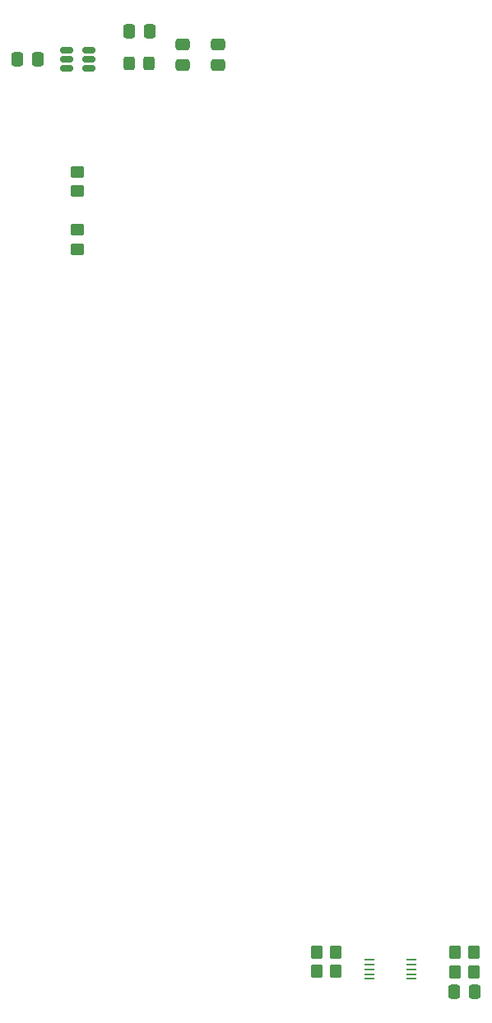
<source format=gtp>
G04 #@! TF.GenerationSoftware,KiCad,Pcbnew,7.0.2*
G04 #@! TF.CreationDate,2023-05-19T11:13:35+02:00*
G04 #@! TF.ProjectId,baseboard,62617365-626f-4617-9264-2e6b69636164,rev?*
G04 #@! TF.SameCoordinates,Original*
G04 #@! TF.FileFunction,Paste,Top*
G04 #@! TF.FilePolarity,Positive*
%FSLAX46Y46*%
G04 Gerber Fmt 4.6, Leading zero omitted, Abs format (unit mm)*
G04 Created by KiCad (PCBNEW 7.0.2) date 2023-05-19 11:13:35*
%MOMM*%
%LPD*%
G01*
G04 APERTURE LIST*
G04 Aperture macros list*
%AMRoundRect*
0 Rectangle with rounded corners*
0 $1 Rounding radius*
0 $2 $3 $4 $5 $6 $7 $8 $9 X,Y pos of 4 corners*
0 Add a 4 corners polygon primitive as box body*
4,1,4,$2,$3,$4,$5,$6,$7,$8,$9,$2,$3,0*
0 Add four circle primitives for the rounded corners*
1,1,$1+$1,$2,$3*
1,1,$1+$1,$4,$5*
1,1,$1+$1,$6,$7*
1,1,$1+$1,$8,$9*
0 Add four rect primitives between the rounded corners*
20,1,$1+$1,$2,$3,$4,$5,0*
20,1,$1+$1,$4,$5,$6,$7,0*
20,1,$1+$1,$6,$7,$8,$9,0*
20,1,$1+$1,$8,$9,$2,$3,0*%
G04 Aperture macros list end*
%ADD10R,1.100000X0.250000*%
%ADD11RoundRect,0.250000X0.350000X0.450000X-0.350000X0.450000X-0.350000X-0.450000X0.350000X-0.450000X0*%
%ADD12RoundRect,0.250000X-0.450000X0.350000X-0.450000X-0.350000X0.450000X-0.350000X0.450000X0.350000X0*%
%ADD13RoundRect,0.250000X-0.337500X-0.475000X0.337500X-0.475000X0.337500X0.475000X-0.337500X0.475000X0*%
%ADD14RoundRect,0.250000X-0.325000X-0.450000X0.325000X-0.450000X0.325000X0.450000X-0.325000X0.450000X0*%
%ADD15RoundRect,0.250000X0.475000X-0.337500X0.475000X0.337500X-0.475000X0.337500X-0.475000X-0.337500X0*%
%ADD16RoundRect,0.250000X-0.350000X-0.450000X0.350000X-0.450000X0.350000X0.450000X-0.350000X0.450000X0*%
%ADD17RoundRect,0.150000X-0.512500X-0.150000X0.512500X-0.150000X0.512500X0.150000X-0.512500X0.150000X0*%
%ADD18RoundRect,0.250000X0.337500X0.475000X-0.337500X0.475000X-0.337500X-0.475000X0.337500X-0.475000X0*%
G04 APERTURE END LIST*
D10*
X72789000Y-152543000D03*
X72789000Y-153043000D03*
X72789000Y-153543000D03*
X72789000Y-154043000D03*
X72789000Y-154543000D03*
X77089000Y-154543000D03*
X77089000Y-154043000D03*
X77089000Y-153543000D03*
X77089000Y-153043000D03*
X77089000Y-152543000D03*
D11*
X83559000Y-153813000D03*
X81559000Y-153813000D03*
D12*
X42750000Y-77500000D03*
X42750000Y-79500000D03*
D13*
X48087500Y-57050000D03*
X50162500Y-57050000D03*
D14*
X48050000Y-60375000D03*
X50100000Y-60375000D03*
D11*
X69335000Y-151781000D03*
X67335000Y-151781000D03*
D15*
X57175000Y-60512500D03*
X57175000Y-58437500D03*
D12*
X42750000Y-71500000D03*
X42750000Y-73500000D03*
D16*
X67335000Y-153720800D03*
X69335000Y-153720800D03*
D13*
X36562500Y-59900000D03*
X38637500Y-59900000D03*
D15*
X53550000Y-60512500D03*
X53550000Y-58437500D03*
D17*
X41625000Y-59000000D03*
X41625000Y-59950000D03*
X41625000Y-60900000D03*
X43900000Y-60900000D03*
X43900000Y-59950000D03*
X43900000Y-59000000D03*
D18*
X83596500Y-155845000D03*
X81521500Y-155845000D03*
D11*
X83559000Y-151781000D03*
X81559000Y-151781000D03*
M02*

</source>
